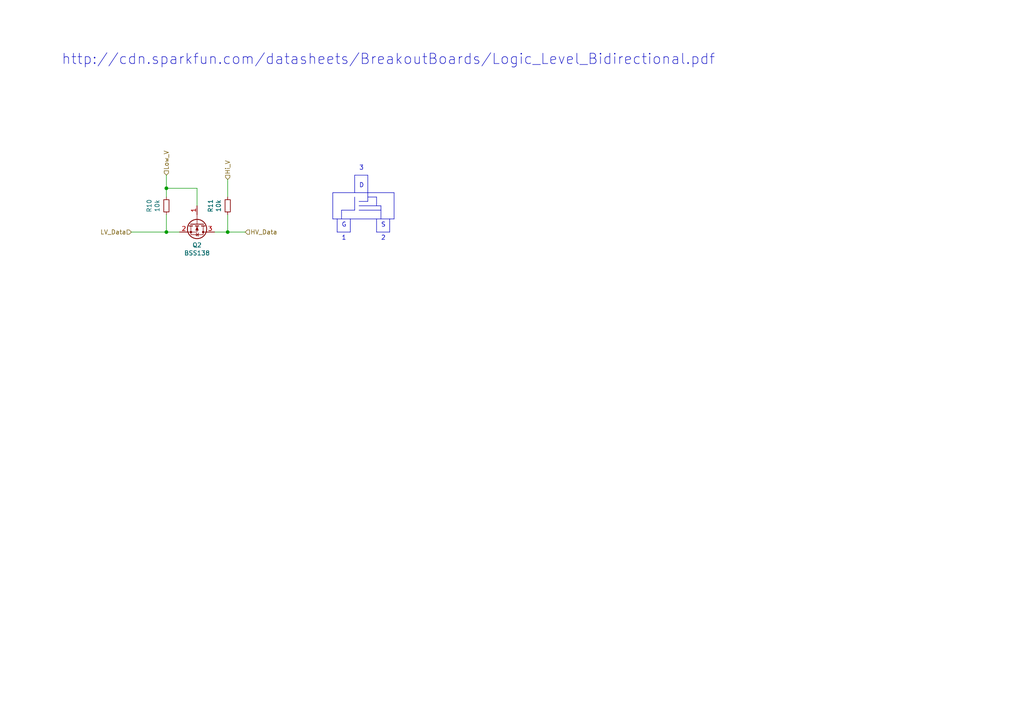
<source format=kicad_sch>
(kicad_sch (version 20230121) (generator eeschema)
  (paper "A4")
  (lib_symbols
    (symbol "Device:R_Small" (pin_numbers hide) (pin_names (offset 0.254) hide)
      (property "Reference" "R" (at 0.762 0.508 0))
      (property "Value" "R_Small" (at 0.762 -1.016 0))
      (symbol "R_Small_0_1"
        (rectangle (start -0.762 1.778) (end 0.762 -1.778) (stroke (width 0.2032)))
      )
      (symbol "R_Small_1_1"
        (pin passive line (at 0 2.54 270) (length 0.762) (name "~") (number "1"))
        (pin passive line (at 0 -2.54 90) (length 0.762) (name "~") (number "2"))
      )
    )
    (symbol "Transistor_FET:ZXM61N03F" (pin_names hide)
      (property "Reference" "Q" (at 5.08 1.905 0))
      (property "Value" "ZXM61N03F" (at 5.08 0 0))
      (symbol "ZXM61N03F_0_1"
        (polyline (pts (xy 0.254 0) (xy -2.54 0)))
        (polyline (pts (xy 0.254 1.905) (xy 0.254 -1.905)) (stroke (width 0.254)))
        (polyline (pts (xy 0.762 -1.27) (xy 0.762 -2.286)) (stroke (width 0.254)))
        (polyline (pts (xy 0.762 0.508) (xy 0.762 -0.508)) (stroke (width 0.254)))
        (polyline (pts (xy 0.762 2.286) (xy 0.762 1.27)) (stroke (width 0.254)))
        (polyline (pts (xy 2.54 2.54) (xy 2.54 1.778)))
        (polyline (pts (xy 2.54 -2.54) (xy 2.54 0) (xy 0.762 0)))
        (polyline (pts (xy 0.762 -1.778) (xy 3.302 -1.778) (xy 3.302 1.778) (xy 0.762 1.778)))
        (polyline (pts (xy 1.016 0) (xy 2.032 0.381) (xy 2.032 -0.381) (xy 1.016 0)) (fill (type outline)))
        (polyline (pts (xy 2.794 0.508) (xy 2.921 0.381) (xy 3.683 0.381) (xy 3.81 0.254)))
        (polyline (pts (xy 3.302 0.381) (xy 2.921 -0.254) (xy 3.683 -0.254) (xy 3.302 0.381)))
        (circle (center 1.651 0) (radius 2.794) (stroke (width 0.254)))
        (circle (center 2.54 -1.778) (radius 0.254) (fill (type outline)))
        (circle (center 2.54 1.778) (radius 0.254) (fill (type outline)))
      )
      (symbol "ZXM61N03F_1_1"
        (pin input line (at -5.08 0 0) (length 2.54) (name "G") (number "1"))
        (pin passive line (at 2.54 -5.08 90) (length 2.54) (name "S") (number "2"))
        (pin passive line (at 2.54 5.08 270) (length 2.54) (name "D") (number "3"))
      )
    )
  )
  (junction (at 66.04 67.31))
  (junction (at 48.26 54.61))
  (junction (at 48.26 67.31))
  (wire (pts (xy 48.26 54.61) (xy 48.26 57.15)))
  (polyline (pts (xy 109.22 63.5) (xy 109.22 67.31)))
  (polyline (pts (xy 97.79 67.31) (xy 101.6 67.31)))
  (polyline (pts (xy 114.3 63.5) (xy 96.52 63.5)))
  (wire (pts (xy 48.26 54.61) (xy 57.15 54.61)))
  (polyline (pts (xy 113.03 63.5) (xy 113.03 67.31)))
  (polyline (pts (xy 109.22 57.15) (xy 106.68 57.15)))
  (polyline (pts (xy 110.49 60.96) (xy 104.14 60.96)))
  (polyline (pts (xy 114.3 55.88) (xy 114.3 63.5)))
  (wire (pts (xy 62.23 67.31) (xy 66.04 67.31)))
  (polyline (pts (xy 102.87 60.96) (xy 102.87 57.15)))
  (polyline (pts (xy 102.87 55.88) (xy 102.87 50.8)))
  (wire (pts (xy 57.15 54.61) (xy 57.15 59.69)))
  (wire (pts (xy 38.1 67.31) (xy 48.26 67.31)))
  (wire (pts (xy 66.04 67.31) (xy 71.12 67.31)))
  (polyline (pts (xy 99.06 63.5) (xy 99.06 60.96)))
  (polyline (pts (xy 110.49 63.5) (xy 110.49 59.69)))
  (wire (pts (xy 48.26 50.8) (xy 48.26 54.61)))
  (polyline (pts (xy 101.6 67.31) (xy 101.6 63.5)))
  (polyline (pts (xy 109.22 67.31) (xy 113.03 67.31)))
  (polyline (pts (xy 102.87 50.8) (xy 106.68 50.8)))
  (polyline (pts (xy 96.52 63.5) (xy 96.52 55.88)))
  (wire (pts (xy 66.04 62.23) (xy 66.04 67.31)))
  (wire (pts (xy 48.26 67.31) (xy 52.07 67.31)))
  (polyline (pts (xy 106.68 50.8) (xy 106.68 58.42)))
  (wire (pts (xy 66.04 57.15) (xy 66.04 52.07)))
  (wire (pts (xy 48.26 62.23) (xy 48.26 67.31)))
  (polyline (pts (xy 97.79 63.5) (xy 97.79 67.31)))
  (polyline (pts (xy 96.52 55.88) (xy 114.3 55.88)))
  (polyline (pts (xy 99.06 60.96) (xy 102.87 60.96)))
  (polyline (pts (xy 110.49 59.69) (xy 104.14 59.69)))
  (polyline (pts (xy 109.22 59.69) (xy 109.22 57.15)))
  (polyline (pts (xy 106.68 58.42) (xy 104.14 58.42)))
  (text "S" (at 110.49 66.04 0) (effects (font (size 1.27 1.27)) (justify left bottom)))
  (text "http://cdn.sparkfun.com/datasheets/BreakoutBoards/Logic_Level_Bidirectional.pdf" (at 17.78 19.05 0) (effects (font (size 2.9972 2.9972)) (justify left bottom)))
  (text "D" (at 104.14 54.61 0) (effects (font (size 1.27 1.27)) (justify left bottom)))
  (text "G" (at 99.06 66.04 0) (effects (font (size 1.27 1.27)) (justify left bottom)))
  (text "2" (at 110.49 69.85 0) (effects (font (size 1.27 1.27)) (justify left bottom)))
  (text "3" (at 104.14 49.53 0) (effects (font (size 1.27 1.27)) (justify left bottom)))
  (text "1" (at 99.06 69.85 0) (effects (font (size 1.27 1.27)) (justify left bottom)))
  (hierarchical_label "Low_V" (shape input) (at 48.26 50.8 90))
  (hierarchical_label "LV_Data" (shape input) (at 38.1 67.31 180))
  (hierarchical_label "Hi_V" (shape input) (at 66.04 52.07 90))
  (hierarchical_label "HV_Data" (shape input) (at 71.12 67.31 0))
  (symbol (lib_id "Transistor_FET:ZXM61N03F") (at 57.15 64.77 270) (unit 1)
    (property "Reference" "Q2" (at 57.15 71.0946 90))
    (property "Value" "BSS138" (at 57.15 73.406 90))
    (property "Footprint" "Package_TO_SOT_SMD:SOT-23" (effects hide))
    (property "Datasheet" "https://www.onsemi.com/pub/Collateral/BSS138-D.PDF" (effects hide))
    (property "LCSC" "C78284" (effects hide))
  )
  (symbol (lib_id "Device:R_Small") (at 48.26 59.69 0) (unit 1)
    (property "Reference" "R10" (at 43.2816 59.69 90))
    (property "Value" "10k" (at 45.593 59.69 90))
    (property "Footprint" "Resistor_SMD:R_0402_1005Metric" (effects hide))
    (property "LCSC" "C25744" (effects hide))
  )
  (symbol (lib_id "Device:R_Small") (at 66.04 59.69 0) (unit 1)
    (property "Reference" "R11" (at 61.0616 59.69 90))
    (property "Value" "10k" (at 63.373 59.69 90))
    (property "Footprint" "Resistor_SMD:R_0402_1005Metric" (effects hide))
    (property "LCSC" "C25744" (effects hide))
  )
)
</source>
